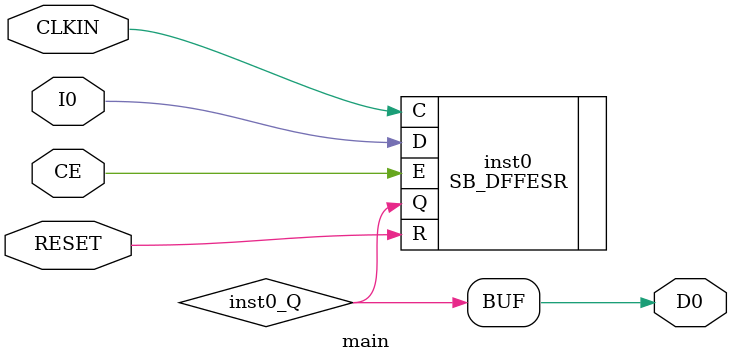
<source format=v>
module main (input  I0, input  CE, input  RESET, output  D0, input  CLKIN);
wire  inst0_Q;
SB_DFFESR inst0 (.C(CLKIN), .R(RESET), .E(CE), .D(I0), .Q(inst0_Q));
assign D0 = inst0_Q;
endmodule


</source>
